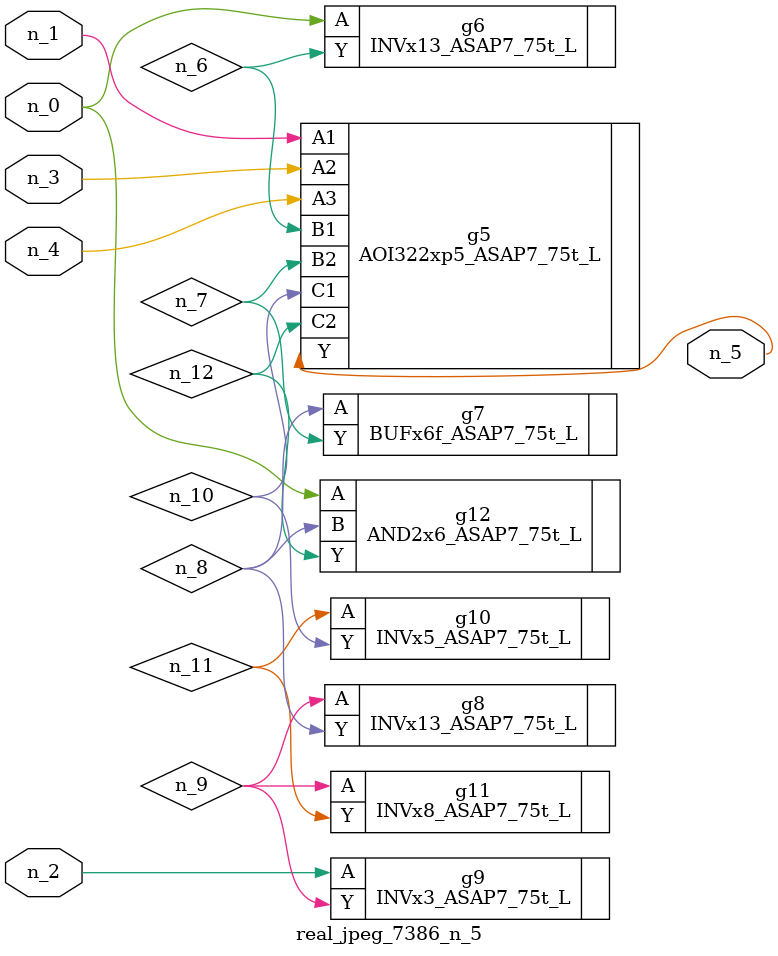
<source format=v>
module real_jpeg_7386_n_5 (n_4, n_0, n_1, n_2, n_3, n_5);

input n_4;
input n_0;
input n_1;
input n_2;
input n_3;

output n_5;

wire n_12;
wire n_8;
wire n_11;
wire n_6;
wire n_7;
wire n_10;
wire n_9;

INVx13_ASAP7_75t_L g6 ( 
.A(n_0),
.Y(n_6)
);

AND2x6_ASAP7_75t_L g12 ( 
.A(n_0),
.B(n_8),
.Y(n_12)
);

AOI322xp5_ASAP7_75t_L g5 ( 
.A1(n_1),
.A2(n_3),
.A3(n_4),
.B1(n_6),
.B2(n_7),
.C1(n_10),
.C2(n_12),
.Y(n_5)
);

INVx3_ASAP7_75t_L g9 ( 
.A(n_2),
.Y(n_9)
);

BUFx6f_ASAP7_75t_L g7 ( 
.A(n_8),
.Y(n_7)
);

INVx13_ASAP7_75t_L g8 ( 
.A(n_9),
.Y(n_8)
);

INVx8_ASAP7_75t_L g11 ( 
.A(n_9),
.Y(n_11)
);

INVx5_ASAP7_75t_L g10 ( 
.A(n_11),
.Y(n_10)
);


endmodule
</source>
